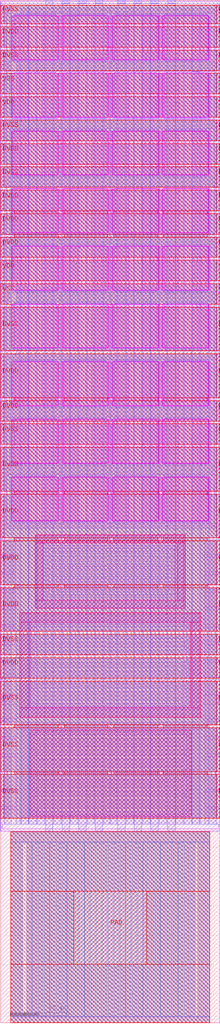
<source format=lef>
VERSION 5.7 ;
  NOWIREEXTENSIONATPIN ON ;
  DIVIDERCHAR "/" ;
  BUSBITCHARS "[]" ;
MACRO gf180mcu_fd_io__asig_5p0_fixed
  CLASS PAD INOUT ;
  FOREIGN gf180mcu_fd_io__asig_5p0_fixed ;
  ORIGIN 0.000 0.000 ;
  SIZE 75.000 BY 350.000 ;
  SYMMETRY X Y R90 ;
  SITE GF_IO_Site ;
  PIN ASIG5V
    DIRECTION INOUT ;
    USE SIGNAL ;
    ANTENNADIFFAREA 1200.000000 ;
    PORT
      LAYER Metal2 ;
        RECT 21.020 349.000 23.560 350.000 ;
    END
    PORT
      LAYER Metal2 ;
        RECT 26.700 349.000 29.240 350.000 ;
    END
    PORT
      LAYER Metal2 ;
        RECT 32.380 349.000 34.920 350.000 ;
    END
    PORT
      LAYER Metal2 ;
        RECT 40.080 349.000 42.620 350.000 ;
    END
    PORT
      LAYER Metal2 ;
        RECT 45.760 349.000 48.300 350.000 ;
    END
    PORT
      LAYER Metal2 ;
        RECT 51.440 349.000 53.980 350.000 ;
    END
    PORT
      LAYER Metal2 ;
        RECT 57.120 349.000 59.660 350.000 ;
    END
  END ASIG5V
  PIN DVDD
    DIRECTION INOUT ;
    USE POWER ;
    PORT
      LAYER Metal5 ;
        RECT 74.000 118.000 75.000 125.000 ;
    END
    PORT
      LAYER Metal5 ;
        RECT 74.000 182.000 75.000 197.000 ;
    END
    PORT
      LAYER Metal5 ;
        RECT 74.000 166.000 75.000 181.000 ;
    END
    PORT
      LAYER Metal5 ;
        RECT 74.000 150.000 75.000 165.000 ;
    END
    PORT
      LAYER Metal5 ;
        RECT 74.000 134.000 75.000 149.000 ;
    END
    PORT
      LAYER Metal5 ;
        RECT 74.000 214.000 75.000 229.000 ;
    END
    PORT
      LAYER Metal5 ;
        RECT 74.000 206.000 75.000 213.000 ;
    END
    PORT
      LAYER Metal5 ;
        RECT 74.000 278.000 75.000 285.000 ;
    END
    PORT
      LAYER Metal5 ;
        RECT 74.000 270.000 75.000 277.000 ;
    END
    PORT
      LAYER Metal5 ;
        RECT 74.000 262.000 75.000 269.000 ;
    END
    PORT
      LAYER Metal5 ;
        RECT 74.000 294.000 75.000 301.000 ;
    END
    PORT
      LAYER Metal5 ;
        RECT 74.000 334.000 75.000 341.000 ;
    END
    PORT
      LAYER Metal4 ;
        RECT 74.000 118.000 75.000 125.000 ;
    END
    PORT
      LAYER Metal4 ;
        RECT 74.000 182.000 75.000 197.000 ;
    END
    PORT
      LAYER Metal4 ;
        RECT 74.000 166.000 75.000 181.000 ;
    END
    PORT
      LAYER Metal4 ;
        RECT 74.000 150.000 75.000 165.000 ;
    END
    PORT
      LAYER Metal4 ;
        RECT 74.000 134.000 75.000 149.000 ;
    END
    PORT
      LAYER Metal4 ;
        RECT 74.000 214.000 75.000 229.000 ;
    END
    PORT
      LAYER Metal4 ;
        RECT 74.000 206.000 75.000 213.000 ;
    END
    PORT
      LAYER Metal4 ;
        RECT 74.000 278.000 75.000 285.000 ;
    END
    PORT
      LAYER Metal4 ;
        RECT 74.000 270.000 75.000 277.000 ;
    END
    PORT
      LAYER Metal4 ;
        RECT 74.000 262.000 75.000 269.000 ;
    END
    PORT
      LAYER Metal4 ;
        RECT 74.000 294.000 75.000 301.000 ;
    END
    PORT
      LAYER Metal4 ;
        RECT 74.000 334.000 75.000 341.000 ;
    END
    PORT
      LAYER Metal3 ;
        RECT 74.000 118.000 75.000 125.000 ;
    END
    PORT
      LAYER Metal3 ;
        RECT 74.000 182.000 75.000 197.000 ;
    END
    PORT
      LAYER Metal3 ;
        RECT 74.000 166.000 75.000 181.000 ;
    END
    PORT
      LAYER Metal3 ;
        RECT 74.000 150.000 75.000 165.000 ;
    END
    PORT
      LAYER Metal3 ;
        RECT 74.000 134.000 75.000 149.000 ;
    END
    PORT
      LAYER Metal3 ;
        RECT 74.000 214.000 75.000 229.000 ;
    END
    PORT
      LAYER Metal3 ;
        RECT 74.000 206.000 75.000 213.000 ;
    END
    PORT
      LAYER Metal3 ;
        RECT 74.000 278.000 75.000 285.000 ;
    END
    PORT
      LAYER Metal3 ;
        RECT 74.000 270.000 75.000 277.000 ;
    END
    PORT
      LAYER Metal3 ;
        RECT 74.000 262.000 75.000 269.000 ;
    END
    PORT
      LAYER Metal3 ;
        RECT 74.000 294.000 75.000 301.000 ;
    END
    PORT
      LAYER Metal3 ;
        RECT 74.000 334.000 75.000 341.000 ;
    END
    PORT
      LAYER Metal3 ;
        RECT 0.000 334.000 1.000 341.000 ;
    END
    PORT
      LAYER Metal3 ;
        RECT 0.000 294.000 1.000 301.000 ;
    END
    PORT
      LAYER Metal3 ;
        RECT 0.000 262.000 1.000 269.000 ;
    END
    PORT
      LAYER Metal3 ;
        RECT 0.000 270.000 1.000 277.000 ;
    END
    PORT
      LAYER Metal3 ;
        RECT 0.000 278.000 1.000 285.000 ;
    END
    PORT
      LAYER Metal3 ;
        RECT 0.000 206.000 1.000 213.000 ;
    END
    PORT
      LAYER Metal3 ;
        RECT 0.000 214.000 1.000 229.000 ;
    END
    PORT
      LAYER Metal3 ;
        RECT 0.000 134.000 1.000 149.000 ;
    END
    PORT
      LAYER Metal3 ;
        RECT 0.000 150.000 1.000 165.000 ;
    END
    PORT
      LAYER Metal3 ;
        RECT 0.000 166.000 1.000 181.000 ;
    END
    PORT
      LAYER Metal3 ;
        RECT 0.000 182.000 1.000 197.000 ;
    END
    PORT
      LAYER Metal5 ;
        RECT 0.000 334.000 1.000 341.000 ;
    END
    PORT
      LAYER Metal5 ;
        RECT 0.000 294.000 1.000 301.000 ;
    END
    PORT
      LAYER Metal5 ;
        RECT 0.000 262.000 1.000 269.000 ;
    END
    PORT
      LAYER Metal5 ;
        RECT 0.000 270.000 1.000 277.000 ;
    END
    PORT
      LAYER Metal5 ;
        RECT 0.000 278.000 1.000 285.000 ;
    END
    PORT
      LAYER Metal5 ;
        RECT 0.000 206.000 1.000 213.000 ;
    END
    PORT
      LAYER Metal5 ;
        RECT 0.000 214.000 1.000 229.000 ;
    END
    PORT
      LAYER Metal5 ;
        RECT 0.000 134.000 1.000 149.000 ;
    END
    PORT
      LAYER Metal5 ;
        RECT 0.000 150.000 1.000 165.000 ;
    END
    PORT
      LAYER Metal5 ;
        RECT 0.000 166.000 1.000 181.000 ;
    END
    PORT
      LAYER Metal5 ;
        RECT 0.000 182.000 1.000 197.000 ;
    END
    PORT
      LAYER Metal4 ;
        RECT 0.000 334.000 1.000 341.000 ;
    END
    PORT
      LAYER Metal4 ;
        RECT 0.000 294.000 1.000 301.000 ;
    END
    PORT
      LAYER Metal4 ;
        RECT 0.000 262.000 1.000 269.000 ;
    END
    PORT
      LAYER Metal4 ;
        RECT 0.000 270.000 1.000 277.000 ;
    END
    PORT
      LAYER Metal4 ;
        RECT 0.000 278.000 1.000 285.000 ;
    END
    PORT
      LAYER Metal4 ;
        RECT 0.000 206.000 1.000 213.000 ;
    END
    PORT
      LAYER Metal4 ;
        RECT 0.000 214.000 1.000 229.000 ;
    END
    PORT
      LAYER Metal4 ;
        RECT 0.000 134.000 1.000 149.000 ;
    END
    PORT
      LAYER Metal4 ;
        RECT 0.000 150.000 1.000 165.000 ;
    END
    PORT
      LAYER Metal4 ;
        RECT 0.000 166.000 1.000 181.000 ;
    END
    PORT
      LAYER Metal4 ;
        RECT 0.000 182.000 1.000 197.000 ;
    END
    PORT
      LAYER Metal4 ;
        RECT 0.000 118.000 1.000 125.000 ;
    END
    PORT
      LAYER Metal5 ;
        RECT 0.000 118.000 1.000 125.000 ;
    END
    PORT
      LAYER Metal3 ;
        RECT 0.000 118.000 1.000 125.000 ;
    END
  END DVDD
  PIN DVSS
    DIRECTION INOUT ;
    USE GROUND ;
    PORT
      LAYER Metal5 ;
        RECT 74.000 102.000 75.000 117.000 ;
    END
    PORT
      LAYER Metal5 ;
        RECT 74.000 86.000 75.000 101.000 ;
    END
    PORT
      LAYER Metal5 ;
        RECT 74.000 70.000 75.000 85.000 ;
    END
    PORT
      LAYER Metal5 ;
        RECT 74.000 126.000 75.000 133.000 ;
    END
    PORT
      LAYER Metal5 ;
        RECT 74.000 198.000 75.000 205.000 ;
    END
    PORT
      LAYER Metal5 ;
        RECT 74.000 230.000 75.000 245.000 ;
    END
    PORT
      LAYER Metal5 ;
        RECT 74.000 286.000 75.000 293.000 ;
    END
    PORT
      LAYER Metal5 ;
        RECT 74.000 302.000 75.000 309.000 ;
    END
    PORT
      LAYER Metal5 ;
        RECT 74.000 326.000 75.000 333.000 ;
    END
    PORT
      LAYER Metal5 ;
        RECT 74.000 342.000 75.000 348.390 ;
    END
    PORT
      LAYER Metal4 ;
        RECT 74.000 102.000 75.000 117.000 ;
    END
    PORT
      LAYER Metal4 ;
        RECT 74.000 86.000 75.000 101.000 ;
    END
    PORT
      LAYER Metal4 ;
        RECT 74.000 70.000 75.000 85.000 ;
    END
    PORT
      LAYER Metal4 ;
        RECT 74.000 126.000 75.000 133.000 ;
    END
    PORT
      LAYER Metal4 ;
        RECT 74.000 198.000 75.000 205.000 ;
    END
    PORT
      LAYER Metal4 ;
        RECT 74.000 230.000 75.000 245.000 ;
    END
    PORT
      LAYER Metal4 ;
        RECT 74.000 286.000 75.000 293.000 ;
    END
    PORT
      LAYER Metal4 ;
        RECT 74.000 302.000 75.000 309.000 ;
    END
    PORT
      LAYER Metal4 ;
        RECT 74.000 326.000 75.000 333.000 ;
    END
    PORT
      LAYER Metal4 ;
        RECT 74.000 342.000 75.000 348.390 ;
    END
    PORT
      LAYER Metal3 ;
        RECT 74.000 102.000 75.000 117.000 ;
    END
    PORT
      LAYER Metal3 ;
        RECT 74.000 86.000 75.000 101.000 ;
    END
    PORT
      LAYER Metal3 ;
        RECT 74.000 70.000 75.000 85.000 ;
    END
    PORT
      LAYER Metal3 ;
        RECT 74.000 126.000 75.000 133.000 ;
    END
    PORT
      LAYER Metal3 ;
        RECT 74.000 198.000 75.000 205.000 ;
    END
    PORT
      LAYER Metal3 ;
        RECT 74.000 230.000 75.000 245.000 ;
    END
    PORT
      LAYER Metal3 ;
        RECT 74.000 286.000 75.000 293.000 ;
    END
    PORT
      LAYER Metal3 ;
        RECT 74.000 302.000 75.000 309.000 ;
    END
    PORT
      LAYER Metal3 ;
        RECT 74.000 326.000 75.000 333.000 ;
    END
    PORT
      LAYER Metal3 ;
        RECT 74.000 342.000 75.000 348.390 ;
    END
    PORT
      LAYER Metal3 ;
        RECT 0.000 342.000 1.000 348.390 ;
    END
    PORT
      LAYER Metal3 ;
        RECT 0.000 326.000 1.000 333.000 ;
    END
    PORT
      LAYER Metal3 ;
        RECT 0.000 302.000 1.000 309.000 ;
    END
    PORT
      LAYER Metal3 ;
        RECT 0.000 286.000 1.000 293.000 ;
    END
    PORT
      LAYER Metal3 ;
        RECT 0.000 230.000 1.000 245.000 ;
    END
    PORT
      LAYER Metal3 ;
        RECT 0.000 198.000 1.000 205.000 ;
    END
    PORT
      LAYER Metal3 ;
        RECT 0.000 126.000 1.000 133.000 ;
    END
    PORT
      LAYER Metal3 ;
        RECT 0.000 70.000 1.000 85.000 ;
    END
    PORT
      LAYER Metal3 ;
        RECT 0.000 86.000 1.000 101.000 ;
    END
    PORT
      LAYER Metal5 ;
        RECT 0.000 342.000 1.000 348.390 ;
    END
    PORT
      LAYER Metal5 ;
        RECT 0.000 326.000 1.000 333.000 ;
    END
    PORT
      LAYER Metal5 ;
        RECT 0.000 302.000 1.000 309.000 ;
    END
    PORT
      LAYER Metal5 ;
        RECT 0.000 286.000 1.000 293.000 ;
    END
    PORT
      LAYER Metal5 ;
        RECT 0.000 230.000 1.000 245.000 ;
    END
    PORT
      LAYER Metal5 ;
        RECT 0.000 198.000 1.000 205.000 ;
    END
    PORT
      LAYER Metal5 ;
        RECT 0.000 126.000 1.000 133.000 ;
    END
    PORT
      LAYER Metal5 ;
        RECT 0.000 70.000 1.000 85.000 ;
    END
    PORT
      LAYER Metal5 ;
        RECT 0.000 86.000 1.000 101.000 ;
    END
    PORT
      LAYER Metal4 ;
        RECT 0.000 342.000 1.000 348.390 ;
    END
    PORT
      LAYER Metal4 ;
        RECT 0.000 326.000 1.000 333.000 ;
    END
    PORT
      LAYER Metal4 ;
        RECT 0.000 302.000 1.000 309.000 ;
    END
    PORT
      LAYER Metal4 ;
        RECT 0.000 286.000 1.000 293.000 ;
    END
    PORT
      LAYER Metal4 ;
        RECT 0.000 230.000 1.000 245.000 ;
    END
    PORT
      LAYER Metal4 ;
        RECT 0.000 198.000 1.000 205.000 ;
    END
    PORT
      LAYER Metal4 ;
        RECT 0.000 126.000 1.000 133.000 ;
    END
    PORT
      LAYER Metal4 ;
        RECT 0.000 70.000 1.000 85.000 ;
    END
    PORT
      LAYER Metal4 ;
        RECT 0.000 86.000 1.000 101.000 ;
    END
    PORT
      LAYER Metal4 ;
        RECT 0.000 102.000 1.000 117.000 ;
    END
    PORT
      LAYER Metal5 ;
        RECT 0.000 102.000 1.000 117.000 ;
    END
    PORT
      LAYER Metal3 ;
        RECT 0.000 102.000 1.000 117.000 ;
    END
  END DVSS
  PIN VDD
    DIRECTION INOUT ;
    USE POWER ;
    PORT
      LAYER Metal5 ;
        RECT 74.000 254.000 75.000 261.000 ;
    END
    PORT
      LAYER Metal5 ;
        RECT 74.000 310.000 75.000 317.000 ;
    END
    PORT
      LAYER Metal4 ;
        RECT 74.000 254.000 75.000 261.000 ;
    END
    PORT
      LAYER Metal4 ;
        RECT 74.000 310.000 75.000 317.000 ;
    END
    PORT
      LAYER Metal3 ;
        RECT 74.000 254.000 75.000 261.000 ;
    END
    PORT
      LAYER Metal3 ;
        RECT 74.000 310.000 75.000 317.000 ;
    END
    PORT
      LAYER Metal3 ;
        RECT 0.000 310.000 1.000 317.000 ;
    END
    PORT
      LAYER Metal5 ;
        RECT 0.000 310.000 1.000 317.000 ;
    END
    PORT
      LAYER Metal4 ;
        RECT 0.000 310.000 1.000 317.000 ;
    END
    PORT
      LAYER Metal4 ;
        RECT 0.000 254.000 1.000 261.000 ;
    END
    PORT
      LAYER Metal5 ;
        RECT 0.000 254.000 1.000 261.000 ;
    END
    PORT
      LAYER Metal3 ;
        RECT 0.000 254.000 1.000 261.000 ;
    END
  END VDD
  PIN VSS
    DIRECTION INOUT ;
    USE GROUND ;
    PORT
      LAYER Metal1 ;
        RECT -0.160 65.540 0.000 349.785 ;
        RECT 75.000 65.540 75.160 349.785 ;
      LAYER Metal5 ;
        RECT 74.000 246.000 75.000 253.000 ;
    END
    PORT
      LAYER Metal5 ;
        RECT 74.000 318.000 75.000 325.000 ;
    END
    PORT
      LAYER Metal4 ;
        RECT 74.000 246.000 75.000 253.000 ;
    END
    PORT
      LAYER Metal4 ;
        RECT 74.000 318.000 75.000 325.000 ;
    END
    PORT
      LAYER Metal3 ;
        RECT 74.000 246.000 75.000 253.000 ;
    END
    PORT
      LAYER Metal3 ;
        RECT 74.000 318.000 75.000 325.000 ;
    END
    PORT
      LAYER Metal3 ;
        RECT 0.000 318.000 1.000 325.000 ;
    END
    PORT
      LAYER Metal5 ;
        RECT 0.000 318.000 1.000 325.000 ;
    END
    PORT
      LAYER Metal4 ;
        RECT 0.000 318.000 1.000 325.000 ;
    END
    PORT
      LAYER Metal4 ;
        RECT 0.000 246.000 1.000 253.000 ;
    END
    PORT
      LAYER Metal5 ;
        RECT 0.000 246.000 1.000 253.000 ;
    END
    PORT
      LAYER Metal3 ;
        RECT 0.000 246.000 1.000 253.000 ;
    END
  END VSS
  PIN PAD
    DIRECTION INOUT ;
    USE SIGNAL ;
    ANTENNADIFFAREA 1200.000000 ;
    PORT
      LAYER Metal5 ;
        RECT 25.000 20.000 50.000 45.000 ;
    END
  END PAD
  OBS
      LAYER Pwell ;
        RECT 3.790 329.755 19.670 344.755 ;
        RECT 20.970 329.755 36.850 344.755 ;
        RECT 38.150 329.755 54.030 344.755 ;
        RECT 55.330 329.755 71.210 344.755 ;
        RECT 3.790 310.015 19.670 325.015 ;
        RECT 20.970 310.015 36.850 325.015 ;
        RECT 38.150 310.015 54.030 325.015 ;
        RECT 55.330 310.015 71.210 325.015 ;
        RECT 3.790 290.275 19.670 305.275 ;
        RECT 20.970 290.275 36.850 305.275 ;
        RECT 38.150 290.275 54.030 305.275 ;
        RECT 55.330 290.275 71.210 305.275 ;
        RECT 3.790 270.535 19.670 285.535 ;
        RECT 20.970 270.535 36.850 285.535 ;
        RECT 38.150 270.535 54.030 285.535 ;
        RECT 55.330 270.535 71.210 285.535 ;
        RECT 3.790 250.795 19.670 265.795 ;
        RECT 20.970 250.795 36.850 265.795 ;
        RECT 38.150 250.795 54.030 265.795 ;
        RECT 55.330 250.795 71.210 265.795 ;
        RECT 3.790 231.055 19.670 246.055 ;
        RECT 20.970 231.055 36.850 246.055 ;
        RECT 38.150 231.055 54.030 246.055 ;
        RECT 55.330 231.055 71.210 246.055 ;
        RECT 3.790 211.315 19.670 226.315 ;
        RECT 20.970 211.315 36.850 226.315 ;
        RECT 38.150 211.315 54.030 226.315 ;
        RECT 55.330 211.315 71.210 226.315 ;
        RECT 3.790 191.575 19.670 206.575 ;
        RECT 20.970 191.575 36.850 206.575 ;
        RECT 38.150 191.575 54.030 206.575 ;
        RECT 55.330 191.575 71.210 206.575 ;
        RECT 3.790 171.835 19.670 186.835 ;
        RECT 20.970 171.835 36.850 186.835 ;
        RECT 38.150 171.835 54.030 186.835 ;
        RECT 55.330 171.835 71.210 186.835 ;
      LAYER Nwell ;
        RECT 11.840 164.355 63.160 167.135 ;
        RECT 11.840 144.635 14.620 164.355 ;
        RECT 60.380 144.635 63.160 164.355 ;
        RECT 11.840 141.855 63.160 144.635 ;
        RECT 6.590 137.080 68.410 140.360 ;
        RECT 6.590 107.860 9.870 137.080 ;
        RECT 65.130 107.860 68.410 137.080 ;
        RECT 6.590 104.580 68.410 107.860 ;
        RECT 9.850 70.755 65.150 100.115 ;
      LAYER Metal1 ;
        RECT 0.000 348.945 75.000 349.785 ;
        RECT 0.000 165.355 0.450 348.945 ;
        RECT 1.780 345.505 73.220 347.295 ;
        RECT 1.780 329.005 2.120 345.505 ;
        RECT 4.440 344.865 19.020 345.205 ;
        RECT 3.140 329.005 4.140 344.755 ;
        RECT 4.440 329.645 9.440 344.865 ;
        RECT 14.020 329.645 19.020 344.865 ;
        RECT 21.620 344.865 36.200 345.205 ;
        RECT 4.440 329.305 19.020 329.645 ;
        RECT 19.320 329.005 21.320 344.755 ;
        RECT 21.620 329.645 26.620 344.865 ;
        RECT 31.200 329.645 36.200 344.865 ;
        RECT 38.800 344.865 53.380 345.205 ;
        RECT 21.620 329.305 36.200 329.645 ;
        RECT 36.500 329.005 38.500 344.755 ;
        RECT 38.800 329.645 43.800 344.865 ;
        RECT 48.380 329.645 53.380 344.865 ;
        RECT 55.980 344.865 70.560 345.205 ;
        RECT 38.800 329.305 53.380 329.645 ;
        RECT 53.680 329.005 55.680 344.755 ;
        RECT 55.980 329.645 60.980 344.865 ;
        RECT 65.560 329.645 70.560 344.865 ;
        RECT 55.980 329.305 70.560 329.645 ;
        RECT 70.860 329.005 71.860 344.755 ;
        RECT 72.880 329.005 73.220 345.505 ;
        RECT 1.780 325.765 73.220 329.005 ;
        RECT 1.780 309.265 2.120 325.765 ;
        RECT 4.440 325.125 19.020 325.465 ;
        RECT 3.140 309.265 4.140 325.015 ;
        RECT 4.440 309.905 9.440 325.125 ;
        RECT 14.020 309.905 19.020 325.125 ;
        RECT 21.620 325.125 36.200 325.465 ;
        RECT 4.440 309.565 19.020 309.905 ;
        RECT 19.320 309.265 21.320 325.015 ;
        RECT 21.620 309.905 26.620 325.125 ;
        RECT 31.200 309.905 36.200 325.125 ;
        RECT 38.800 325.125 53.380 325.465 ;
        RECT 21.620 309.565 36.200 309.905 ;
        RECT 36.500 309.265 38.500 325.015 ;
        RECT 38.800 309.905 43.800 325.125 ;
        RECT 48.380 309.905 53.380 325.125 ;
        RECT 55.980 325.125 70.560 325.465 ;
        RECT 38.800 309.565 53.380 309.905 ;
        RECT 53.680 309.265 55.680 325.015 ;
        RECT 55.980 309.905 60.980 325.125 ;
        RECT 65.560 309.905 70.560 325.125 ;
        RECT 55.980 309.565 70.560 309.905 ;
        RECT 70.860 309.265 71.860 325.015 ;
        RECT 72.880 309.265 73.220 325.765 ;
        RECT 1.780 306.025 73.220 309.265 ;
        RECT 1.780 289.525 2.120 306.025 ;
        RECT 4.440 305.385 19.020 305.725 ;
        RECT 3.140 289.525 4.140 305.275 ;
        RECT 4.440 290.165 9.440 305.385 ;
        RECT 14.020 290.165 19.020 305.385 ;
        RECT 21.620 305.385 36.200 305.725 ;
        RECT 4.440 289.825 19.020 290.165 ;
        RECT 19.320 289.525 21.320 305.275 ;
        RECT 21.620 290.165 26.620 305.385 ;
        RECT 31.200 290.165 36.200 305.385 ;
        RECT 38.800 305.385 53.380 305.725 ;
        RECT 21.620 289.825 36.200 290.165 ;
        RECT 36.500 289.525 38.500 305.275 ;
        RECT 38.800 290.165 43.800 305.385 ;
        RECT 48.380 290.165 53.380 305.385 ;
        RECT 55.980 305.385 70.560 305.725 ;
        RECT 38.800 289.825 53.380 290.165 ;
        RECT 53.680 289.525 55.680 305.275 ;
        RECT 55.980 290.165 60.980 305.385 ;
        RECT 65.560 290.165 70.560 305.385 ;
        RECT 55.980 289.825 70.560 290.165 ;
        RECT 70.860 289.525 71.860 305.275 ;
        RECT 72.880 289.525 73.220 306.025 ;
        RECT 1.780 286.285 73.220 289.525 ;
        RECT 1.780 269.785 2.120 286.285 ;
        RECT 4.440 285.645 19.020 285.985 ;
        RECT 3.140 269.785 4.140 285.535 ;
        RECT 4.440 270.425 9.440 285.645 ;
        RECT 14.020 270.425 19.020 285.645 ;
        RECT 21.620 285.645 36.200 285.985 ;
        RECT 4.440 270.085 19.020 270.425 ;
        RECT 19.320 269.785 21.320 285.535 ;
        RECT 21.620 270.425 26.620 285.645 ;
        RECT 31.200 270.425 36.200 285.645 ;
        RECT 38.800 285.645 53.380 285.985 ;
        RECT 21.620 270.085 36.200 270.425 ;
        RECT 36.500 269.785 38.500 285.535 ;
        RECT 38.800 270.425 43.800 285.645 ;
        RECT 48.380 270.425 53.380 285.645 ;
        RECT 55.980 285.645 70.560 285.985 ;
        RECT 38.800 270.085 53.380 270.425 ;
        RECT 53.680 269.785 55.680 285.535 ;
        RECT 55.980 270.425 60.980 285.645 ;
        RECT 65.560 270.425 70.560 285.645 ;
        RECT 55.980 270.085 70.560 270.425 ;
        RECT 70.860 269.785 71.860 285.535 ;
        RECT 72.880 269.785 73.220 286.285 ;
        RECT 1.780 266.545 73.220 269.785 ;
        RECT 1.780 250.045 2.120 266.545 ;
        RECT 4.440 265.905 19.020 266.245 ;
        RECT 3.140 250.045 4.140 265.795 ;
        RECT 4.440 250.685 9.440 265.905 ;
        RECT 14.020 250.685 19.020 265.905 ;
        RECT 21.620 265.905 36.200 266.245 ;
        RECT 4.440 250.345 19.020 250.685 ;
        RECT 19.320 250.045 21.320 265.795 ;
        RECT 21.620 250.685 26.620 265.905 ;
        RECT 31.200 250.685 36.200 265.905 ;
        RECT 38.800 265.905 53.380 266.245 ;
        RECT 21.620 250.345 36.200 250.685 ;
        RECT 36.500 250.045 38.500 265.795 ;
        RECT 38.800 250.685 43.800 265.905 ;
        RECT 48.380 250.685 53.380 265.905 ;
        RECT 55.980 265.905 70.560 266.245 ;
        RECT 38.800 250.345 53.380 250.685 ;
        RECT 53.680 250.045 55.680 265.795 ;
        RECT 55.980 250.685 60.980 265.905 ;
        RECT 65.560 250.685 70.560 265.905 ;
        RECT 55.980 250.345 70.560 250.685 ;
        RECT 70.860 250.045 71.860 265.795 ;
        RECT 72.880 250.045 73.220 266.545 ;
        RECT 1.780 246.805 73.220 250.045 ;
        RECT 1.780 230.305 2.120 246.805 ;
        RECT 4.440 246.165 19.020 246.505 ;
        RECT 3.140 230.305 4.140 246.055 ;
        RECT 4.440 230.945 9.440 246.165 ;
        RECT 14.020 230.945 19.020 246.165 ;
        RECT 21.620 246.165 36.200 246.505 ;
        RECT 4.440 230.605 19.020 230.945 ;
        RECT 19.320 230.305 21.320 246.055 ;
        RECT 21.620 230.945 26.620 246.165 ;
        RECT 31.200 230.945 36.200 246.165 ;
        RECT 38.800 246.165 53.380 246.505 ;
        RECT 21.620 230.605 36.200 230.945 ;
        RECT 36.500 230.305 38.500 246.055 ;
        RECT 38.800 230.945 43.800 246.165 ;
        RECT 48.380 230.945 53.380 246.165 ;
        RECT 55.980 246.165 70.560 246.505 ;
        RECT 38.800 230.605 53.380 230.945 ;
        RECT 53.680 230.305 55.680 246.055 ;
        RECT 55.980 230.945 60.980 246.165 ;
        RECT 65.560 230.945 70.560 246.165 ;
        RECT 55.980 230.605 70.560 230.945 ;
        RECT 70.860 230.305 71.860 246.055 ;
        RECT 72.880 230.305 73.220 246.805 ;
        RECT 1.780 227.065 73.220 230.305 ;
        RECT 1.780 210.565 2.120 227.065 ;
        RECT 4.440 226.425 19.020 226.765 ;
        RECT 3.140 210.565 4.140 226.315 ;
        RECT 4.440 211.205 9.440 226.425 ;
        RECT 14.020 211.205 19.020 226.425 ;
        RECT 21.620 226.425 36.200 226.765 ;
        RECT 4.440 210.865 19.020 211.205 ;
        RECT 19.320 210.565 21.320 226.315 ;
        RECT 21.620 211.205 26.620 226.425 ;
        RECT 31.200 211.205 36.200 226.425 ;
        RECT 38.800 226.425 53.380 226.765 ;
        RECT 21.620 210.865 36.200 211.205 ;
        RECT 36.500 210.565 38.500 226.315 ;
        RECT 38.800 211.205 43.800 226.425 ;
        RECT 48.380 211.205 53.380 226.425 ;
        RECT 55.980 226.425 70.560 226.765 ;
        RECT 38.800 210.865 53.380 211.205 ;
        RECT 53.680 210.565 55.680 226.315 ;
        RECT 55.980 211.205 60.980 226.425 ;
        RECT 65.560 211.205 70.560 226.425 ;
        RECT 55.980 210.865 70.560 211.205 ;
        RECT 70.860 210.565 71.860 226.315 ;
        RECT 72.880 210.565 73.220 227.065 ;
        RECT 1.780 207.325 73.220 210.565 ;
        RECT 1.780 190.825 2.120 207.325 ;
        RECT 4.440 206.685 19.020 207.025 ;
        RECT 3.140 190.825 4.140 206.575 ;
        RECT 4.440 191.465 9.440 206.685 ;
        RECT 14.020 191.465 19.020 206.685 ;
        RECT 21.620 206.685 36.200 207.025 ;
        RECT 4.440 191.125 19.020 191.465 ;
        RECT 19.320 190.825 21.320 206.575 ;
        RECT 21.620 191.465 26.620 206.685 ;
        RECT 31.200 191.465 36.200 206.685 ;
        RECT 38.800 206.685 53.380 207.025 ;
        RECT 21.620 191.125 36.200 191.465 ;
        RECT 36.500 190.825 38.500 206.575 ;
        RECT 38.800 191.465 43.800 206.685 ;
        RECT 48.380 191.465 53.380 206.685 ;
        RECT 55.980 206.685 70.560 207.025 ;
        RECT 38.800 191.125 53.380 191.465 ;
        RECT 53.680 190.825 55.680 206.575 ;
        RECT 55.980 191.465 60.980 206.685 ;
        RECT 65.560 191.465 70.560 206.685 ;
        RECT 55.980 191.125 70.560 191.465 ;
        RECT 70.860 190.825 71.860 206.575 ;
        RECT 72.880 190.825 73.220 207.325 ;
        RECT 1.780 187.585 73.220 190.825 ;
        RECT 1.780 171.085 2.120 187.585 ;
        RECT 4.440 186.945 19.020 187.285 ;
        RECT 3.140 171.085 4.140 186.835 ;
        RECT 4.440 171.725 9.440 186.945 ;
        RECT 14.020 171.725 19.020 186.945 ;
        RECT 21.620 186.945 36.200 187.285 ;
        RECT 4.440 171.385 19.020 171.725 ;
        RECT 19.320 171.085 21.320 186.835 ;
        RECT 21.620 171.725 26.620 186.945 ;
        RECT 31.200 171.725 36.200 186.945 ;
        RECT 38.800 186.945 53.380 187.285 ;
        RECT 21.620 171.385 36.200 171.725 ;
        RECT 36.500 171.085 38.500 186.835 ;
        RECT 38.800 171.725 43.800 186.945 ;
        RECT 48.380 171.725 53.380 186.945 ;
        RECT 55.980 186.945 70.560 187.285 ;
        RECT 38.800 171.385 53.380 171.725 ;
        RECT 53.680 171.085 55.680 186.835 ;
        RECT 55.980 171.725 60.980 186.945 ;
        RECT 65.560 171.725 70.560 186.945 ;
        RECT 55.980 171.385 70.560 171.725 ;
        RECT 70.860 171.085 71.860 186.835 ;
        RECT 72.880 171.085 73.220 187.585 ;
        RECT 1.780 169.295 73.220 171.085 ;
        RECT 0.000 160.355 5.180 165.355 ;
        RECT 0.000 159.355 0.450 160.355 ;
        RECT 1.340 159.355 5.180 160.355 ;
        RECT 0.000 154.355 5.180 159.355 ;
        RECT 0.000 153.355 0.450 154.355 ;
        RECT 1.340 153.355 5.180 154.355 ;
        RECT 0.000 148.355 5.180 153.355 ;
        RECT 0.000 147.355 0.450 148.355 ;
        RECT 1.340 147.355 5.180 148.355 ;
        RECT 0.000 142.355 5.180 147.355 ;
        RECT 0.000 141.355 0.450 142.355 ;
        RECT 1.340 141.355 5.180 142.355 ;
        RECT 12.310 164.825 62.690 166.665 ;
        RECT 74.550 165.355 75.000 348.945 ;
        RECT 12.310 144.165 14.150 164.825 ;
        RECT 15.475 162.315 59.525 163.425 ;
        RECT 15.475 159.795 16.585 162.315 ;
        RECT 17.500 160.535 57.500 161.535 ;
        RECT 58.415 159.795 59.525 162.315 ;
        RECT 15.475 157.915 59.525 159.795 ;
        RECT 15.475 155.435 16.585 157.915 ;
        RECT 17.500 156.175 57.500 157.175 ;
        RECT 58.415 155.435 59.525 157.915 ;
        RECT 15.475 153.555 59.525 155.435 ;
        RECT 15.475 151.075 16.585 153.555 ;
        RECT 17.500 151.815 57.500 152.815 ;
        RECT 58.415 151.075 59.525 153.555 ;
        RECT 15.475 149.195 59.525 151.075 ;
        RECT 15.475 146.675 16.585 149.195 ;
        RECT 17.500 147.455 57.500 148.455 ;
        RECT 58.415 146.675 59.525 149.195 ;
        RECT 15.475 145.565 59.525 146.675 ;
        RECT 60.850 144.165 62.690 164.825 ;
        RECT 12.310 142.325 62.690 144.165 ;
        RECT 69.820 160.355 75.000 165.355 ;
        RECT 69.820 159.355 73.660 160.355 ;
        RECT 74.550 159.355 75.000 160.355 ;
        RECT 69.820 154.355 75.000 159.355 ;
        RECT 69.820 153.355 73.660 154.355 ;
        RECT 74.550 153.355 75.000 154.355 ;
        RECT 69.820 148.355 75.000 153.355 ;
        RECT 69.820 147.355 73.660 148.355 ;
        RECT 74.550 147.355 75.000 148.355 ;
        RECT 69.820 142.355 75.000 147.355 ;
        RECT 0.000 136.355 5.180 141.355 ;
        RECT 69.820 141.355 73.660 142.355 ;
        RECT 74.550 141.355 75.000 142.355 ;
        RECT 0.000 135.355 0.450 136.355 ;
        RECT 1.340 135.355 5.180 136.355 ;
        RECT 0.000 130.355 5.180 135.355 ;
        RECT 0.000 129.355 0.450 130.355 ;
        RECT 1.340 129.355 5.180 130.355 ;
        RECT 0.000 124.355 5.180 129.355 ;
        RECT 0.000 123.355 0.450 124.355 ;
        RECT 1.340 123.355 5.180 124.355 ;
        RECT 0.000 118.355 5.180 123.355 ;
        RECT 0.000 117.355 0.450 118.355 ;
        RECT 1.340 117.355 5.180 118.355 ;
        RECT 0.000 112.355 5.180 117.355 ;
        RECT 0.000 109.015 0.450 112.355 ;
        RECT 1.340 109.015 5.180 112.355 ;
        RECT 0.000 104.015 5.180 109.015 ;
        RECT 7.060 137.550 67.940 139.890 ;
        RECT 7.060 107.390 9.400 137.550 ;
        RECT 10.320 135.570 64.680 136.680 ;
        RECT 10.320 130.430 11.430 135.570 ;
        RECT 12.500 131.500 62.500 134.500 ;
        RECT 63.570 130.430 64.680 135.570 ;
        RECT 10.320 128.550 64.680 130.430 ;
        RECT 10.320 123.410 11.430 128.550 ;
        RECT 12.500 124.480 62.500 127.480 ;
        RECT 63.570 123.410 64.680 128.550 ;
        RECT 10.320 121.530 64.680 123.410 ;
        RECT 10.320 116.390 11.430 121.530 ;
        RECT 12.500 117.460 62.500 120.460 ;
        RECT 63.570 116.390 64.680 121.530 ;
        RECT 10.320 114.510 64.680 116.390 ;
        RECT 10.320 109.370 11.430 114.510 ;
        RECT 12.500 110.440 62.500 113.440 ;
        RECT 63.570 109.370 64.680 114.510 ;
        RECT 10.320 108.260 64.680 109.370 ;
        RECT 65.600 107.390 67.940 137.550 ;
        RECT 7.060 105.050 67.940 107.390 ;
        RECT 69.820 136.355 75.000 141.355 ;
        RECT 69.820 135.355 73.660 136.355 ;
        RECT 74.550 135.355 75.000 136.355 ;
        RECT 69.820 130.355 75.000 135.355 ;
        RECT 69.820 129.355 73.660 130.355 ;
        RECT 74.550 129.355 75.000 130.355 ;
        RECT 69.820 124.355 75.000 129.355 ;
        RECT 69.820 123.355 73.660 124.355 ;
        RECT 74.550 123.355 75.000 124.355 ;
        RECT 69.820 118.355 75.000 123.355 ;
        RECT 69.820 117.355 73.660 118.355 ;
        RECT 74.550 117.355 75.000 118.355 ;
        RECT 69.820 112.355 75.000 117.355 ;
        RECT 69.820 109.015 73.660 112.355 ;
        RECT 74.550 109.015 75.000 112.355 ;
        RECT 0.000 103.015 0.450 104.015 ;
        RECT 1.340 103.015 5.180 104.015 ;
        RECT 0.000 98.015 5.180 103.015 ;
        RECT 69.820 104.015 75.000 109.015 ;
        RECT 69.820 103.015 73.660 104.015 ;
        RECT 74.550 103.015 75.000 104.015 ;
        RECT 0.000 97.015 0.450 98.015 ;
        RECT 1.340 97.015 5.180 98.015 ;
        RECT 0.000 92.015 5.180 97.015 ;
        RECT 0.000 91.015 0.450 92.015 ;
        RECT 1.340 91.015 5.180 92.015 ;
        RECT 0.000 86.015 5.180 91.015 ;
        RECT 0.000 85.015 0.450 86.015 ;
        RECT 1.340 85.015 5.180 86.015 ;
        RECT 0.000 80.015 5.180 85.015 ;
        RECT 0.000 79.015 0.450 80.015 ;
        RECT 1.340 79.015 5.180 80.015 ;
        RECT 0.000 74.015 5.180 79.015 ;
        RECT 0.000 73.015 0.450 74.015 ;
        RECT 1.340 73.015 5.180 74.015 ;
        RECT 0.000 68.015 5.180 73.015 ;
        RECT 7.060 100.515 67.940 102.855 ;
        RECT 7.060 70.355 9.400 100.515 ;
        RECT 10.320 98.535 64.680 99.645 ;
        RECT 10.320 93.395 11.430 98.535 ;
        RECT 12.500 94.465 62.500 97.465 ;
        RECT 63.570 93.395 64.680 98.535 ;
        RECT 10.320 91.515 64.680 93.395 ;
        RECT 10.320 86.375 11.430 91.515 ;
        RECT 12.500 87.445 62.500 90.445 ;
        RECT 63.570 86.375 64.680 91.515 ;
        RECT 10.320 84.495 64.680 86.375 ;
        RECT 10.320 79.355 11.430 84.495 ;
        RECT 12.500 80.425 62.500 83.425 ;
        RECT 63.570 79.355 64.680 84.495 ;
        RECT 10.320 77.475 64.680 79.355 ;
        RECT 10.320 72.335 11.430 77.475 ;
        RECT 12.500 73.405 62.500 76.405 ;
        RECT 63.570 72.335 64.680 77.475 ;
        RECT 10.320 71.225 64.680 72.335 ;
        RECT 65.600 70.355 67.940 100.515 ;
        RECT 7.060 68.015 67.940 70.355 ;
        RECT 69.820 98.015 75.000 103.015 ;
        RECT 69.820 97.015 73.660 98.015 ;
        RECT 74.550 97.015 75.000 98.015 ;
        RECT 69.820 92.015 75.000 97.015 ;
        RECT 69.820 91.015 73.660 92.015 ;
        RECT 74.550 91.015 75.000 92.015 ;
        RECT 69.820 86.015 75.000 91.015 ;
        RECT 69.820 85.015 73.660 86.015 ;
        RECT 74.550 85.015 75.000 86.015 ;
        RECT 69.820 80.015 75.000 85.015 ;
        RECT 69.820 79.015 73.660 80.015 ;
        RECT 74.550 79.015 75.000 80.015 ;
        RECT 69.820 74.015 75.000 79.015 ;
        RECT 69.820 73.015 73.660 74.015 ;
        RECT 74.550 73.015 75.000 74.015 ;
        RECT 69.820 68.015 75.000 73.015 ;
        RECT 0.000 66.380 0.450 68.015 ;
        RECT 74.550 66.380 75.000 68.015 ;
        RECT 0.000 65.540 75.000 66.380 ;
      LAYER Metal2 ;
        RECT 0.000 318.000 0.450 325.000 ;
        RECT 0.000 246.000 0.450 253.000 ;
        RECT 1.140 68.015 3.680 348.390 ;
        RECT 4.670 340.790 6.290 345.195 ;
        RECT 4.130 334.210 6.370 340.790 ;
        RECT 4.670 329.315 6.290 334.210 ;
        RECT 3.980 254.000 4.980 317.000 ;
        RECT 5.520 246.495 6.520 329.315 ;
        RECT 4.670 230.615 6.520 246.495 ;
        RECT 5.520 228.820 6.520 230.615 ;
        RECT 4.130 214.180 6.520 228.820 ;
        RECT 4.670 212.790 6.520 214.180 ;
        RECT 4.130 206.210 6.520 212.790 ;
        RECT 4.670 196.820 6.520 206.210 ;
        RECT 4.130 182.180 6.520 196.820 ;
        RECT 4.670 180.820 6.520 182.180 ;
        RECT 4.130 166.180 6.520 180.820 ;
        RECT 5.520 164.820 6.520 166.180 ;
        RECT 4.130 150.180 6.520 164.820 ;
        RECT 5.520 148.820 6.520 150.180 ;
        RECT 4.130 134.180 6.520 148.820 ;
        RECT 5.520 124.790 6.520 134.180 ;
        RECT 4.130 118.210 6.520 124.790 ;
        RECT 5.520 68.015 6.520 118.210 ;
        RECT 6.820 68.015 9.360 348.390 ;
        RECT 9.660 68.015 12.200 348.390 ;
        RECT 12.500 68.015 15.040 348.390 ;
        RECT 15.340 65.325 17.880 350.000 ;
        RECT 18.180 68.015 20.720 348.390 ;
        RECT 21.020 65.325 23.560 349.000 ;
        RECT 23.860 68.015 26.400 348.390 ;
        RECT 26.700 65.325 29.240 349.000 ;
        RECT 29.540 68.015 32.080 348.390 ;
        RECT 32.380 65.325 34.920 349.000 ;
        RECT 35.220 68.015 37.350 348.390 ;
        RECT 37.650 68.015 39.780 348.390 ;
        RECT 40.080 65.325 42.620 349.000 ;
        RECT 42.920 68.015 45.460 348.390 ;
        RECT 45.760 65.325 48.300 349.000 ;
        RECT 48.600 68.015 51.140 348.390 ;
        RECT 51.440 65.325 53.980 349.000 ;
        RECT 54.280 68.015 56.820 348.390 ;
        RECT 57.120 65.325 59.660 349.000 ;
        RECT 59.960 68.015 62.500 348.390 ;
        RECT 62.800 68.015 65.340 348.390 ;
        RECT 65.640 325.650 68.180 348.390 ;
        RECT 65.640 246.000 66.640 325.000 ;
        RECT 67.180 244.820 68.180 325.650 ;
        RECT 65.790 244.815 68.180 244.820 ;
        RECT 65.640 68.015 68.180 244.815 ;
        RECT 68.480 68.015 71.020 348.390 ;
        RECT 71.320 68.015 73.860 348.390 ;
        RECT 74.550 318.000 75.000 325.000 ;
        RECT 74.550 246.000 75.000 253.000 ;
        RECT 3.500 62.000 71.500 65.325 ;
        RECT 3.500 2.000 7.500 62.000 ;
        RECT 8.840 2.000 10.540 62.000 ;
        RECT 10.840 2.000 12.540 62.000 ;
        RECT 12.840 2.000 14.540 62.000 ;
        RECT 14.840 2.000 16.540 62.000 ;
        RECT 16.840 2.000 18.540 62.000 ;
        RECT 18.840 2.000 20.540 62.000 ;
        RECT 20.840 2.000 22.540 62.000 ;
        RECT 22.840 2.000 24.540 62.000 ;
        RECT 24.840 2.000 26.540 62.000 ;
        RECT 26.840 2.000 28.540 62.000 ;
        RECT 28.840 2.000 30.540 62.000 ;
        RECT 30.840 2.000 32.540 62.000 ;
        RECT 32.840 2.000 34.540 62.000 ;
        RECT 34.840 2.000 36.540 62.000 ;
        RECT 36.840 2.000 38.540 62.000 ;
        RECT 38.840 2.000 40.540 62.000 ;
        RECT 40.840 2.000 42.540 62.000 ;
        RECT 42.840 2.000 44.540 62.000 ;
        RECT 44.840 2.000 46.540 62.000 ;
        RECT 46.840 2.000 48.540 62.000 ;
        RECT 48.840 2.000 50.540 62.000 ;
        RECT 50.840 2.000 52.540 62.000 ;
        RECT 52.840 2.000 54.540 62.000 ;
        RECT 54.840 2.000 56.540 62.000 ;
        RECT 56.840 2.000 58.540 62.000 ;
        RECT 58.840 2.000 60.540 62.000 ;
        RECT 60.840 2.000 62.540 62.000 ;
        RECT 62.840 2.000 64.540 62.000 ;
        RECT 64.840 2.000 66.540 62.000 ;
        RECT 67.500 2.000 71.500 62.000 ;
        RECT 3.500 0.000 71.500 2.000 ;
      LAYER Metal3 ;
        RECT 1.000 342.000 74.000 348.390 ;
        RECT 1.000 334.000 74.000 341.000 ;
        RECT 1.000 326.000 74.000 333.000 ;
        RECT 1.000 318.000 74.000 325.000 ;
        RECT 1.000 310.000 74.000 317.000 ;
        RECT 1.000 302.000 74.000 309.000 ;
        RECT 1.000 294.000 74.000 301.000 ;
        RECT 1.000 286.000 74.000 293.000 ;
        RECT 1.000 278.000 74.000 285.000 ;
        RECT 4.685 277.000 19.685 278.000 ;
        RECT 21.685 277.000 36.685 278.000 ;
        RECT 38.685 277.000 53.685 278.000 ;
        RECT 55.685 277.000 70.685 278.000 ;
        RECT 1.000 270.000 74.000 277.000 ;
        RECT 4.685 269.000 19.685 270.000 ;
        RECT 21.685 269.000 36.685 270.000 ;
        RECT 38.685 269.000 53.685 270.000 ;
        RECT 55.685 269.000 70.685 270.000 ;
        RECT 1.000 262.000 74.000 269.000 ;
        RECT 1.000 254.000 74.000 261.000 ;
        RECT 1.000 246.000 74.000 253.000 ;
        RECT 1.000 230.000 74.000 245.000 ;
        RECT 1.000 214.000 74.000 229.000 ;
        RECT 4.685 213.000 19.685 214.000 ;
        RECT 21.685 213.000 36.685 214.000 ;
        RECT 38.685 213.000 53.685 214.000 ;
        RECT 55.685 213.000 70.685 214.000 ;
        RECT 1.000 206.000 74.000 213.000 ;
        RECT 1.000 198.000 74.000 205.000 ;
        RECT 1.000 182.000 74.000 197.000 ;
        RECT 4.685 181.000 19.685 182.000 ;
        RECT 21.685 181.000 36.685 182.000 ;
        RECT 38.685 181.000 53.685 182.000 ;
        RECT 55.685 181.000 70.685 182.000 ;
        RECT 1.000 166.000 74.000 181.000 ;
        RECT 4.685 165.000 19.685 166.000 ;
        RECT 21.685 165.000 36.685 166.000 ;
        RECT 38.685 165.000 53.685 166.000 ;
        RECT 55.685 165.000 70.685 166.000 ;
        RECT 1.000 150.000 74.000 165.000 ;
        RECT 4.685 149.000 19.685 150.000 ;
        RECT 21.685 149.000 36.685 150.000 ;
        RECT 38.685 149.000 53.685 150.000 ;
        RECT 55.685 149.000 70.685 150.000 ;
        RECT 1.000 134.000 74.000 149.000 ;
        RECT 1.000 126.000 74.000 133.000 ;
        RECT 1.000 118.000 74.000 125.000 ;
        RECT 1.000 102.000 74.000 117.000 ;
        RECT 4.685 101.000 19.685 102.000 ;
        RECT 21.685 101.000 36.685 102.000 ;
        RECT 38.685 101.000 53.685 102.000 ;
        RECT 55.685 101.000 70.685 102.000 ;
        RECT 1.000 86.000 74.000 101.000 ;
        RECT 4.685 85.000 19.685 86.000 ;
        RECT 21.685 85.000 36.685 86.000 ;
        RECT 38.685 85.000 53.685 86.000 ;
        RECT 55.685 85.000 70.685 86.000 ;
        RECT 1.000 70.000 74.000 85.000 ;
        RECT 3.500 61.600 71.500 65.325 ;
        RECT 3.500 2.290 7.500 61.600 ;
        RECT 8.840 2.290 10.540 61.600 ;
        RECT 10.840 2.290 12.540 61.600 ;
        RECT 12.840 2.290 14.540 61.600 ;
        RECT 14.840 2.290 16.540 61.600 ;
        RECT 16.840 2.290 18.540 61.600 ;
        RECT 18.840 2.290 20.540 61.600 ;
        RECT 20.840 2.290 22.540 61.600 ;
        RECT 22.840 2.290 24.540 61.600 ;
        RECT 24.840 2.290 26.540 61.600 ;
        RECT 26.840 2.290 28.540 61.600 ;
        RECT 28.840 2.290 30.540 61.600 ;
        RECT 30.840 2.290 32.540 61.600 ;
        RECT 32.840 2.290 34.540 61.600 ;
        RECT 34.840 2.290 36.540 61.600 ;
        RECT 36.840 2.290 38.540 61.600 ;
        RECT 38.840 2.290 40.540 61.600 ;
        RECT 40.840 2.290 42.540 61.600 ;
        RECT 42.840 2.290 44.540 61.600 ;
        RECT 44.840 2.290 46.540 61.600 ;
        RECT 46.840 2.290 48.540 61.600 ;
        RECT 48.840 2.290 50.540 61.600 ;
        RECT 50.840 2.290 52.540 61.600 ;
        RECT 52.840 2.290 54.540 61.600 ;
        RECT 54.840 2.290 56.540 61.600 ;
        RECT 56.840 2.290 58.540 61.600 ;
        RECT 58.840 2.290 60.540 61.600 ;
        RECT 60.840 2.290 62.540 61.600 ;
        RECT 62.840 2.290 64.540 61.600 ;
        RECT 64.840 2.290 66.540 61.600 ;
        RECT 67.500 2.290 71.500 61.600 ;
        RECT 3.500 0.000 71.500 2.290 ;
      LAYER Metal4 ;
        RECT 1.000 342.000 74.000 348.390 ;
        RECT 1.000 334.000 74.000 341.000 ;
        RECT 1.000 326.000 74.000 333.000 ;
        RECT 1.000 318.000 74.000 325.000 ;
        RECT 1.000 310.000 74.000 317.000 ;
        RECT 1.000 302.000 74.000 309.000 ;
        RECT 1.000 294.000 74.000 301.000 ;
        RECT 1.000 286.000 74.000 293.000 ;
        RECT 1.000 278.000 74.000 285.000 ;
        RECT 4.685 277.000 19.685 278.000 ;
        RECT 21.685 277.000 36.685 278.000 ;
        RECT 38.685 277.000 53.685 278.000 ;
        RECT 55.685 277.000 70.685 278.000 ;
        RECT 1.000 270.000 74.000 277.000 ;
        RECT 4.685 269.000 19.685 270.000 ;
        RECT 21.685 269.000 36.685 270.000 ;
        RECT 38.685 269.000 53.685 270.000 ;
        RECT 55.685 269.000 70.685 270.000 ;
        RECT 1.000 262.000 74.000 269.000 ;
        RECT 1.000 254.000 74.000 261.000 ;
        RECT 1.000 246.000 74.000 253.000 ;
        RECT 1.000 230.000 74.000 245.000 ;
        RECT 1.000 214.000 74.000 229.000 ;
        RECT 4.685 213.000 19.685 214.000 ;
        RECT 21.685 213.000 36.685 214.000 ;
        RECT 38.685 213.000 53.685 214.000 ;
        RECT 55.685 213.000 70.685 214.000 ;
        RECT 1.000 206.000 74.000 213.000 ;
        RECT 1.000 198.000 74.000 205.000 ;
        RECT 1.000 182.000 74.000 197.000 ;
        RECT 4.685 181.000 19.685 182.000 ;
        RECT 21.685 181.000 36.685 182.000 ;
        RECT 38.685 181.000 53.685 182.000 ;
        RECT 55.685 181.000 70.685 182.000 ;
        RECT 1.000 166.000 74.000 181.000 ;
        RECT 4.685 165.000 19.685 166.000 ;
        RECT 21.685 165.000 36.685 166.000 ;
        RECT 38.685 165.000 53.685 166.000 ;
        RECT 55.685 165.000 70.685 166.000 ;
        RECT 1.000 150.000 74.000 165.000 ;
        RECT 4.685 149.000 19.685 150.000 ;
        RECT 21.685 149.000 36.685 150.000 ;
        RECT 38.685 149.000 53.685 150.000 ;
        RECT 55.685 149.000 70.685 150.000 ;
        RECT 1.000 134.000 74.000 149.000 ;
        RECT 1.000 126.000 74.000 133.000 ;
        RECT 1.000 118.000 74.000 125.000 ;
        RECT 1.000 102.000 74.000 117.000 ;
        RECT 4.685 101.000 19.685 102.000 ;
        RECT 21.685 101.000 36.685 102.000 ;
        RECT 38.685 101.000 53.685 102.000 ;
        RECT 55.685 101.000 70.685 102.000 ;
        RECT 1.000 86.000 74.000 101.000 ;
        RECT 4.685 85.000 19.685 86.000 ;
        RECT 21.685 85.000 36.685 86.000 ;
        RECT 38.685 85.000 53.685 86.000 ;
        RECT 55.685 85.000 70.685 86.000 ;
        RECT 1.000 70.000 74.000 85.000 ;
        RECT 3.500 61.600 71.500 65.325 ;
        RECT 3.500 2.290 7.500 61.600 ;
        RECT 8.840 2.290 10.540 61.600 ;
        RECT 10.840 2.290 12.540 61.600 ;
        RECT 12.840 2.290 14.540 61.600 ;
        RECT 14.840 2.290 16.540 61.600 ;
        RECT 16.840 2.290 18.540 61.600 ;
        RECT 18.840 2.290 20.540 61.600 ;
        RECT 20.840 2.290 22.540 61.600 ;
        RECT 22.840 2.290 24.540 61.600 ;
        RECT 24.840 2.290 26.540 61.600 ;
        RECT 26.840 2.290 28.540 61.600 ;
        RECT 28.840 2.290 30.540 61.600 ;
        RECT 30.840 2.290 32.540 61.600 ;
        RECT 32.840 2.290 34.540 61.600 ;
        RECT 34.840 2.290 36.540 61.600 ;
        RECT 36.840 2.290 38.540 61.600 ;
        RECT 38.840 2.290 40.540 61.600 ;
        RECT 40.840 2.290 42.540 61.600 ;
        RECT 42.840 2.290 44.540 61.600 ;
        RECT 44.840 2.290 46.540 61.600 ;
        RECT 46.840 2.290 48.540 61.600 ;
        RECT 48.840 2.290 50.540 61.600 ;
        RECT 50.840 2.290 52.540 61.600 ;
        RECT 52.840 2.290 54.540 61.600 ;
        RECT 54.840 2.290 56.540 61.600 ;
        RECT 56.840 2.290 58.540 61.600 ;
        RECT 58.840 2.290 60.540 61.600 ;
        RECT 60.840 2.290 62.540 61.600 ;
        RECT 62.840 2.290 64.540 61.600 ;
        RECT 64.840 2.290 66.540 61.600 ;
        RECT 67.500 2.290 71.500 61.600 ;
        RECT 3.500 0.000 71.500 2.290 ;
      LAYER Metal5 ;
        RECT 1.000 342.000 74.000 348.390 ;
        RECT 1.000 334.000 74.000 341.000 ;
        RECT 1.000 326.000 74.000 333.000 ;
        RECT 1.000 318.000 74.000 325.000 ;
        RECT 1.000 310.000 74.000 317.000 ;
        RECT 1.000 302.000 74.000 309.000 ;
        RECT 1.000 294.000 74.000 301.000 ;
        RECT 1.000 286.000 74.000 293.000 ;
        RECT 1.000 278.000 74.000 285.000 ;
        RECT 4.685 277.000 19.685 278.000 ;
        RECT 21.685 277.000 36.685 278.000 ;
        RECT 38.685 277.000 53.685 278.000 ;
        RECT 55.685 277.000 70.685 278.000 ;
        RECT 1.000 270.000 74.000 277.000 ;
        RECT 4.685 269.000 19.685 270.000 ;
        RECT 21.685 269.000 36.685 270.000 ;
        RECT 38.685 269.000 53.685 270.000 ;
        RECT 55.685 269.000 70.685 270.000 ;
        RECT 1.000 262.000 74.000 269.000 ;
        RECT 1.000 254.000 74.000 261.000 ;
        RECT 1.000 246.000 74.000 253.000 ;
        RECT 1.000 230.000 74.000 245.000 ;
        RECT 1.000 214.000 74.000 229.000 ;
        RECT 4.685 213.000 19.685 214.000 ;
        RECT 21.685 213.000 36.685 214.000 ;
        RECT 38.685 213.000 53.685 214.000 ;
        RECT 55.685 213.000 70.685 214.000 ;
        RECT 1.000 206.000 74.000 213.000 ;
        RECT 1.000 198.000 74.000 205.000 ;
        RECT 1.000 182.000 74.000 197.000 ;
        RECT 4.685 181.000 19.685 182.000 ;
        RECT 21.685 181.000 36.685 182.000 ;
        RECT 38.685 181.000 53.685 182.000 ;
        RECT 55.685 181.000 70.685 182.000 ;
        RECT 1.000 166.000 74.000 181.000 ;
        RECT 4.685 165.000 19.685 166.000 ;
        RECT 21.685 165.000 36.685 166.000 ;
        RECT 38.685 165.000 53.685 166.000 ;
        RECT 55.685 165.000 70.685 166.000 ;
        RECT 1.000 150.000 74.000 165.000 ;
        RECT 4.685 149.000 19.685 150.000 ;
        RECT 21.685 149.000 36.685 150.000 ;
        RECT 38.685 149.000 53.685 150.000 ;
        RECT 55.685 149.000 70.685 150.000 ;
        RECT 1.000 134.000 74.000 149.000 ;
        RECT 1.000 126.000 74.000 133.000 ;
        RECT 1.000 118.000 74.000 125.000 ;
        RECT 1.000 102.000 74.000 117.000 ;
        RECT 4.685 101.000 19.685 102.000 ;
        RECT 21.685 101.000 36.685 102.000 ;
        RECT 38.685 101.000 53.685 102.000 ;
        RECT 55.685 101.000 70.685 102.000 ;
        RECT 1.000 86.000 74.000 101.000 ;
        RECT 4.685 85.000 19.685 86.000 ;
        RECT 21.685 85.000 36.685 86.000 ;
        RECT 38.685 85.000 53.685 86.000 ;
        RECT 55.685 85.000 70.685 86.000 ;
        RECT 1.000 70.000 74.000 85.000 ;
        RECT 3.500 45.000 71.500 65.325 ;
        RECT 3.500 20.000 25.000 45.000 ;
        RECT 50.000 20.000 71.500 45.000 ;
        RECT 3.500 0.000 71.500 20.000 ;
  END
END gf180mcu_fd_io__asig_5p0_fixed
END LIBRARY


</source>
